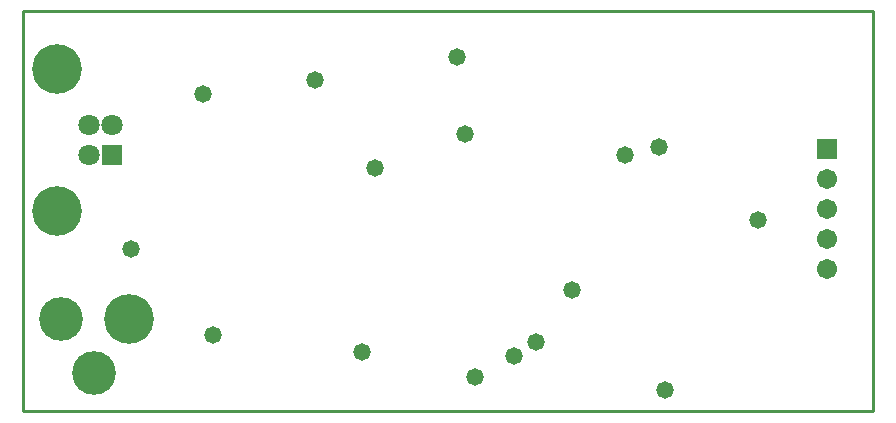
<source format=gbs>
G04 Layer_Color=16711935*
%FSLAX44Y44*%
%MOMM*%
G71*
G01*
G75*
%ADD10C,0.2540*%
%ADD11C,4.2032*%
%ADD12C,1.8032*%
%ADD13R,1.8032X1.8032*%
%ADD14C,3.7032*%
%ADD15R,1.7032X1.7032*%
%ADD16C,1.7032*%
%ADD17C,1.4732*%
D10*
X325120Y307340D02*
Y646430D01*
Y307340D02*
X1045210D01*
X325120Y646430D02*
X1045210D01*
Y307340D02*
Y646430D01*
D11*
X353900Y476810D02*
D03*
Y597210D02*
D03*
X415370Y385920D02*
D03*
D12*
X401000Y549510D02*
D03*
X381000D02*
D03*
Y524510D02*
D03*
D13*
X401000D02*
D03*
D14*
X385370Y339920D02*
D03*
X357370Y385920D02*
D03*
D15*
X1005840Y529590D02*
D03*
D16*
Y478790D02*
D03*
Y504190D02*
D03*
Y453390D02*
D03*
Y427990D02*
D03*
D17*
X623570Y513842D02*
D03*
X834898Y524510D02*
D03*
X486156Y372364D02*
D03*
X707644Y336296D02*
D03*
X477266Y576326D02*
D03*
X790000Y410000D02*
D03*
X692658Y607060D02*
D03*
X699770Y542544D02*
D03*
X759460Y366522D02*
D03*
X947674Y469646D02*
D03*
X741172Y354584D02*
D03*
X868426Y325882D02*
D03*
X863370Y531186D02*
D03*
X572500Y588010D02*
D03*
X416450Y445000D02*
D03*
X612500Y357500D02*
D03*
M02*

</source>
